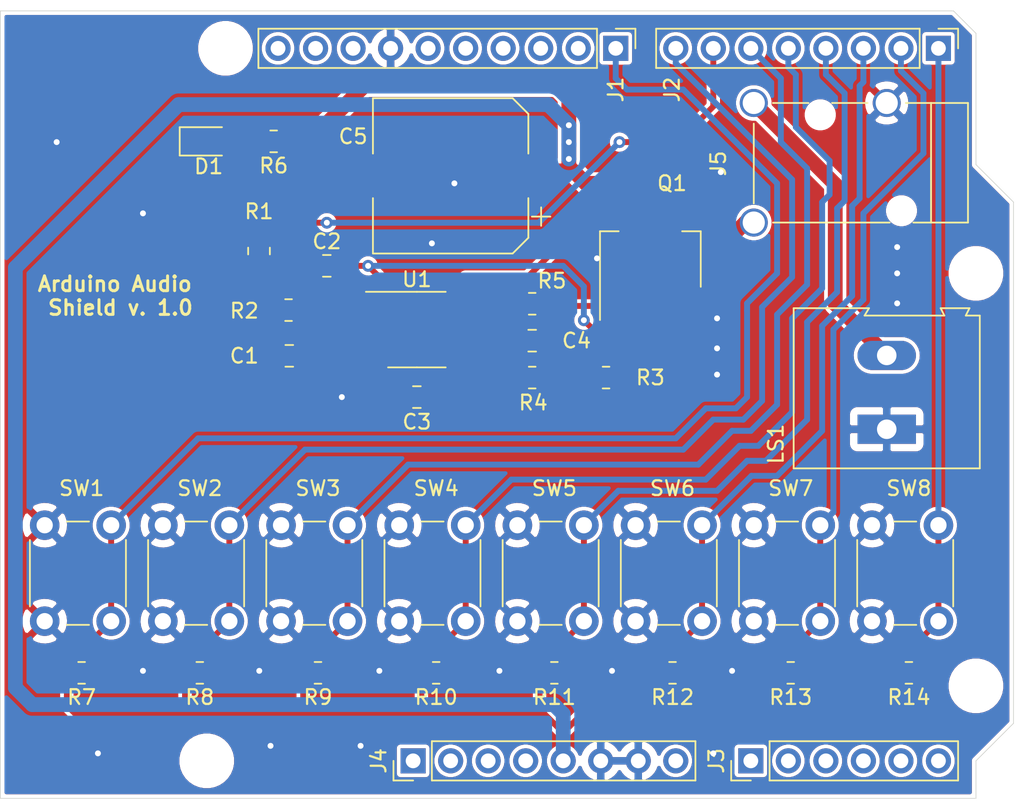
<source format=kicad_pcb>
(kicad_pcb (version 20171130) (host pcbnew "(5.1.8)-1")
  (layers (0 F.Cu signal) (31 B.Cu signal) (34 B.Paste user hide) (35 F.Paste user hide) (36 B.SilkS user) (37 F.SilkS user) (38 B.Mask user) (39 F.Mask user) (44 Edge.Cuts user))
  (net 0 "")
  (net 1 GND)
  (net 2 "Net-(C1-Pad1)")
  (net 3 "Net-(C2-Pad2)")
  (net 4 "Net-(C2-Pad1)")
  (net 5 "Net-(C3-Pad1)")
  (net 6 "Net-(C4-Pad2)")
  (net 7 /AUDIO_WAVE)
  (net 8 +5V)
  (net 9 "Net-(D1-Pad2)")
  (net 10 "Net-(J1-Pad10)")
  (net 11 "Net-(J1-Pad9)")
  (net 12 "Net-(J1-Pad8)")
  (net 13 "Net-(J1-Pad6)")
  (net 14 "Net-(J1-Pad5)")
  (net 15 "Net-(J1-Pad4)")
  (net 16 "Net-(J1-Pad3)")
  (net 17 "Net-(J1-Pad2)")
  (net 18 BTN_8)
  (net 19 BTN_7)
  (net 20 AUDIO_PWM)
  (net 21 BTN_6)
  (net 22 BTN_5)
  (net 23 BTN_4)
  (net 24 BTN_3)
  (net 25 BTN_2)
  (net 26 BTN_1)
  (net 27 "Net-(J3-Pad6)")
  (net 28 "Net-(J3-Pad5)")
  (net 29 "Net-(J3-Pad4)")
  (net 30 "Net-(J3-Pad3)")
  (net 31 "Net-(J3-Pad2)")
  (net 32 "Net-(J3-Pad1)")
  (net 33 "Net-(J4-Pad8)")
  (net 34 "Net-(J4-Pad4)")
  (net 35 "Net-(J4-Pad3)")
  (net 36 "Net-(J4-Pad2)")
  (net 37 "Net-(J4-Pad1)")
  (net 38 "Net-(J5-PadT)")
  (net 39 "Net-(J5-PadTN)")
  (net 40 "Net-(Q1-Pad1)")
  (module KursPCB:Jack_3.5mm_Lumberg_150306_Horizontal (layer F.Cu) (at 171.3 61.14 270)
    (fp_text reference J5 (at 0 8.4 90) (layer F.SilkS))
    (fp_text value AudioJack2_SwitchT)
    (pad "" np_thru_hole circle (at -3.3 1.5 270) (size 1.6 1.6) (drill 1.6) (layers *.Cu *.Mask))
    (pad "" np_thru_hole circle (at 3.2 -4 270) (size 1.6 1.6) (drill 1.6) (layers *.Cu *.Mask))
    (pad T thru_hole circle (at 4 6 270) (size 1.9 1.9) (drill 1.5) (layers *.Cu *.Mask) (net 38 "Net-(J5-PadT)"))
    (pad TN thru_hole circle (at -4.1 6 270) (size 1.9 1.9) (drill 1.5) (layers *.Cu *.Mask) (net 39 "Net-(J5-PadTN)"))
    (pad S thru_hole circle (at -4.1 -3 270) (size 1.9 1.9) (drill 1.5) (layers *.Cu *.Mask) (net 1 GND))
  )
  (module MountingHole:MountingHole_3.2mm_M3 (layer F.Cu) (at 180.34 68.58)
    (fp_text reference REF** hide)
    (fp_text value MountingHole_3.2mm_M3)
    (pad 1 np_thru_hole circle (at 0 0) (size 3.2 3.2) (drill 3.2) (layers *.Cu *.Mask))
  )
  (module MountingHole:MountingHole_3.2mm_M3 (layer F.Cu) (at 128.27 101.6)
    (fp_text reference REF** hide)
    (fp_text value MountingHole_3.2mm_M3)
    (pad 1 np_thru_hole circle (at 0 0) (size 3.2 3.2) (drill 3.2) (layers *.Cu *.Mask))
  )
  (module MountingHole:MountingHole_3.2mm_M3 (layer F.Cu) (at 180.34 96.52)
    (fp_text reference REF** hide)
    (fp_text value MountingHole_3.2mm_M3)
    (pad 1 np_thru_hole circle (at 0 0) (size 3.2 3.2) (drill 3.2) (layers *.Cu *.Mask))
  )
  (module MountingHole:MountingHole_3.2mm_M3 (layer F.Cu) (at 129.54 53.34)
    (fp_text reference REF** hide)
    (fp_text value MountingHole_3.2mm_M3)
    (pad 1 np_thru_hole circle (at 0 0) (size 3.2 3.2) (drill 3.2) (layers *.Cu *.Mask))
  )
  (module Package_SO:SOIC-8-1EP_3.9x4.9mm_P1.27mm_EP2.514x3.2mm (layer F.Cu) (at 142.494 72.39)
    (fp_text reference U1 (at 0 -3.4) (layer F.SilkS))
    (fp_text value MCP6002-xSN)
    (pad 9 smd rect (at 0 0) (size 2.514 3.2) (layers F.Cu F.Mask))
    (pad 8 smd roundrect (at 2.6375 -1.905) (size 1.625 0.6) (layers F.Cu F.Paste F.Mask) (net 8 +5V))
    (pad 7 smd roundrect (at 2.6375 -0.635) (size 1.625 0.6) (layers F.Cu F.Paste F.Mask) (net 7 /AUDIO_WAVE))
    (pad 6 smd roundrect (at 2.6375 0.635) (size 1.625 0.6) (layers F.Cu F.Paste F.Mask) (net 7 /AUDIO_WAVE))
    (pad 5 smd roundrect (at 2.6375 1.905) (size 1.625 0.6) (layers F.Cu F.Paste F.Mask) (net 5 "Net-(C3-Pad1)"))
    (pad 4 smd roundrect (at -2.6375 1.905) (size 1.625 0.6) (layers F.Cu F.Paste F.Mask) (net 1 GND))
    (pad 3 smd roundrect (at -2.6375 0.635) (size 1.625 0.6) (layers F.Cu F.Paste F.Mask) (net 2 "Net-(C1-Pad1)"))
    (pad 2 smd roundrect (at -2.6375 -0.635) (size 1.625 0.6) (layers F.Cu F.Paste F.Mask) (net 4 "Net-(C2-Pad1)"))
    (pad 1 smd roundrect (at -2.6375 -1.905) (size 1.625 0.6) (layers F.Cu F.Paste F.Mask) (net 4 "Net-(C2-Pad1)"))
  )
  (module Button_Switch_THT:SW_PUSH_6mm_H5mm (layer F.Cu) (at 173.3 92.14 90)
    (fp_text reference SW8 (at 9 2.5 180) (layer F.SilkS))
    (fp_text value SWITCH)
    (pad 1 thru_hole circle (at 6.5 0 180) (size 2 2) (drill 1.1) (layers *.Cu *.Mask) (net 1 GND))
    (pad 2 thru_hole circle (at 6.5 4.5 180) (size 2 2) (drill 1.1) (layers *.Cu *.Mask) (net 26 BTN_1))
    (pad 1 thru_hole circle (at 0 0 180) (size 2 2) (drill 1.1) (layers *.Cu *.Mask) (net 1 GND))
    (pad 2 thru_hole circle (at 0 4.5 180) (size 2 2) (drill 1.1) (layers *.Cu *.Mask) (net 26 BTN_1))
  )
  (module Button_Switch_THT:SW_PUSH_6mm_H5mm (layer F.Cu) (at 165.3 92.14 90)
    (fp_text reference SW7 (at 9 2.5 180) (layer F.SilkS))
    (fp_text value SWITCH)
    (pad 1 thru_hole circle (at 6.5 0 180) (size 2 2) (drill 1.1) (layers *.Cu *.Mask) (net 1 GND))
    (pad 2 thru_hole circle (at 6.5 4.5 180) (size 2 2) (drill 1.1) (layers *.Cu *.Mask) (net 25 BTN_2))
    (pad 1 thru_hole circle (at 0 0 180) (size 2 2) (drill 1.1) (layers *.Cu *.Mask) (net 1 GND))
    (pad 2 thru_hole circle (at 0 4.5 180) (size 2 2) (drill 1.1) (layers *.Cu *.Mask) (net 25 BTN_2))
  )
  (module Button_Switch_THT:SW_PUSH_6mm_H5mm (layer F.Cu) (at 157.3 92.14 90)
    (fp_text reference SW6 (at 9 2.5 180) (layer F.SilkS))
    (fp_text value SWITCH)
    (pad 1 thru_hole circle (at 6.5 0 180) (size 2 2) (drill 1.1) (layers *.Cu *.Mask) (net 1 GND))
    (pad 2 thru_hole circle (at 6.5 4.5 180) (size 2 2) (drill 1.1) (layers *.Cu *.Mask) (net 24 BTN_3))
    (pad 1 thru_hole circle (at 0 0 180) (size 2 2) (drill 1.1) (layers *.Cu *.Mask) (net 1 GND))
    (pad 2 thru_hole circle (at 0 4.5 180) (size 2 2) (drill 1.1) (layers *.Cu *.Mask) (net 24 BTN_3))
  )
  (module Button_Switch_THT:SW_PUSH_6mm_H5mm (layer F.Cu) (at 149.3 92.14 90)
    (fp_text reference SW5 (at 9 2.5 180) (layer F.SilkS))
    (fp_text value SWITCH)
    (pad 1 thru_hole circle (at 6.5 0 180) (size 2 2) (drill 1.1) (layers *.Cu *.Mask) (net 1 GND))
    (pad 2 thru_hole circle (at 6.5 4.5 180) (size 2 2) (drill 1.1) (layers *.Cu *.Mask) (net 23 BTN_4))
    (pad 1 thru_hole circle (at 0 0 180) (size 2 2) (drill 1.1) (layers *.Cu *.Mask) (net 1 GND))
    (pad 2 thru_hole circle (at 0 4.5 180) (size 2 2) (drill 1.1) (layers *.Cu *.Mask) (net 23 BTN_4))
  )
  (module Button_Switch_THT:SW_PUSH_6mm_H5mm (layer F.Cu) (at 141.3 92.14 90)
    (fp_text reference SW4 (at 9 2.5 180) (layer F.SilkS))
    (fp_text value SWITCH)
    (pad 1 thru_hole circle (at 6.5 0 180) (size 2 2) (drill 1.1) (layers *.Cu *.Mask) (net 1 GND))
    (pad 2 thru_hole circle (at 6.5 4.5 180) (size 2 2) (drill 1.1) (layers *.Cu *.Mask) (net 22 BTN_5))
    (pad 1 thru_hole circle (at 0 0 180) (size 2 2) (drill 1.1) (layers *.Cu *.Mask) (net 1 GND))
    (pad 2 thru_hole circle (at 0 4.5 180) (size 2 2) (drill 1.1) (layers *.Cu *.Mask) (net 22 BTN_5))
  )
  (module Button_Switch_THT:SW_PUSH_6mm_H5mm (layer F.Cu) (at 133.3 92.14 90)
    (fp_text reference SW3 (at 9 2.5 180) (layer F.SilkS))
    (fp_text value SWITCH)
    (pad 1 thru_hole circle (at 6.5 0 180) (size 2 2) (drill 1.1) (layers *.Cu *.Mask) (net 1 GND))
    (pad 2 thru_hole circle (at 6.5 4.5 180) (size 2 2) (drill 1.1) (layers *.Cu *.Mask) (net 21 BTN_6))
    (pad 1 thru_hole circle (at 0 0 180) (size 2 2) (drill 1.1) (layers *.Cu *.Mask) (net 1 GND))
    (pad 2 thru_hole circle (at 0 4.5 180) (size 2 2) (drill 1.1) (layers *.Cu *.Mask) (net 21 BTN_6))
  )
  (module Button_Switch_THT:SW_PUSH_6mm_H5mm (layer F.Cu) (at 125.3 92.14 90)
    (fp_text reference SW2 (at 9 2.5 180) (layer F.SilkS))
    (fp_text value SWITCH)
    (pad 1 thru_hole circle (at 6.5 0 180) (size 2 2) (drill 1.1) (layers *.Cu *.Mask) (net 1 GND))
    (pad 2 thru_hole circle (at 6.5 4.5 180) (size 2 2) (drill 1.1) (layers *.Cu *.Mask) (net 19 BTN_7))
    (pad 1 thru_hole circle (at 0 0 180) (size 2 2) (drill 1.1) (layers *.Cu *.Mask) (net 1 GND))
    (pad 2 thru_hole circle (at 0 4.5 180) (size 2 2) (drill 1.1) (layers *.Cu *.Mask) (net 19 BTN_7))
  )
  (module Button_Switch_THT:SW_PUSH_6mm_H5mm (layer F.Cu) (at 117.3 92.14 90)
    (fp_text reference SW1 (at 9 2.5 180) (layer F.SilkS))
    (fp_text value SWITCH)
    (pad 1 thru_hole circle (at 6.5 0 180) (size 2 2) (drill 1.1) (layers *.Cu *.Mask) (net 1 GND))
    (pad 2 thru_hole circle (at 6.5 4.5 180) (size 2 2) (drill 1.1) (layers *.Cu *.Mask) (net 18 BTN_8))
    (pad 1 thru_hole circle (at 0 0 180) (size 2 2) (drill 1.1) (layers *.Cu *.Mask) (net 1 GND))
    (pad 2 thru_hole circle (at 0 4.5 180) (size 2 2) (drill 1.1) (layers *.Cu *.Mask) (net 18 BTN_8))
  )
  (module Resistor_SMD:R_0805_2012Metric_Pad1.20x1.40mm_HandSolder (layer F.Cu) (at 175.8 95.64 180)
    (fp_text reference R14 (at 0 -1.65) (layer F.SilkS))
    (fp_text value 220)
    (pad 2 smd roundrect (at 1 0 180) (size 1.2 1.4) (layers F.Cu F.Paste F.Mask) (roundrect_rratio 0.2083325) (net 8 +5V))
    (pad 1 smd roundrect (at -1 0 180) (size 1.2 1.4) (layers F.Cu F.Paste F.Mask) (roundrect_rratio 0.2083325) (net 26 BTN_1))
  )
  (module Resistor_SMD:R_0805_2012Metric_Pad1.20x1.40mm_HandSolder (layer F.Cu) (at 167.8 95.64 180)
    (fp_text reference R13 (at 0 -1.65) (layer F.SilkS))
    (fp_text value 220)
    (pad 2 smd roundrect (at 1 0 180) (size 1.2 1.4) (layers F.Cu F.Paste F.Mask) (roundrect_rratio 0.2083325) (net 8 +5V))
    (pad 1 smd roundrect (at -1 0 180) (size 1.2 1.4) (layers F.Cu F.Paste F.Mask) (roundrect_rratio 0.2083325) (net 25 BTN_2))
  )
  (module Resistor_SMD:R_0805_2012Metric_Pad1.20x1.40mm_HandSolder (layer F.Cu) (at 159.8 95.64 180)
    (fp_text reference R12 (at 0 -1.65) (layer F.SilkS))
    (fp_text value 220)
    (pad 2 smd roundrect (at 1 0 180) (size 1.2 1.4) (layers F.Cu F.Paste F.Mask) (roundrect_rratio 0.2083325) (net 8 +5V))
    (pad 1 smd roundrect (at -1 0 180) (size 1.2 1.4) (layers F.Cu F.Paste F.Mask) (roundrect_rratio 0.2083325) (net 24 BTN_3))
  )
  (module Resistor_SMD:R_0805_2012Metric_Pad1.20x1.40mm_HandSolder (layer F.Cu) (at 151.8 95.64 180)
    (fp_text reference R11 (at 0 -1.65) (layer F.SilkS))
    (fp_text value 220)
    (pad 2 smd roundrect (at 1 0 180) (size 1.2 1.4) (layers F.Cu F.Paste F.Mask) (roundrect_rratio 0.2083325) (net 8 +5V))
    (pad 1 smd roundrect (at -1 0 180) (size 1.2 1.4) (layers F.Cu F.Paste F.Mask) (roundrect_rratio 0.2083325) (net 23 BTN_4))
  )
  (module Resistor_SMD:R_0805_2012Metric_Pad1.20x1.40mm_HandSolder (layer F.Cu) (at 143.8 95.64 180)
    (fp_text reference R10 (at 0 -1.65) (layer F.SilkS))
    (fp_text value 220)
    (pad 2 smd roundrect (at 1 0 180) (size 1.2 1.4) (layers F.Cu F.Paste F.Mask) (roundrect_rratio 0.2083325) (net 8 +5V))
    (pad 1 smd roundrect (at -1 0 180) (size 1.2 1.4) (layers F.Cu F.Paste F.Mask) (roundrect_rratio 0.2083325) (net 22 BTN_5))
  )
  (module Resistor_SMD:R_0805_2012Metric_Pad1.20x1.40mm_HandSolder (layer F.Cu) (at 135.8 95.64 180)
    (fp_text reference R9 (at 0 -1.65) (layer F.SilkS))
    (fp_text value 220)
    (pad 2 smd roundrect (at 1 0 180) (size 1.2 1.4) (layers F.Cu F.Paste F.Mask) (roundrect_rratio 0.2083325) (net 8 +5V))
    (pad 1 smd roundrect (at -1 0 180) (size 1.2 1.4) (layers F.Cu F.Paste F.Mask) (roundrect_rratio 0.2083325) (net 21 BTN_6))
  )
  (module Resistor_SMD:R_0805_2012Metric_Pad1.20x1.40mm_HandSolder (layer F.Cu) (at 127.8 95.64 180)
    (fp_text reference R8 (at 0 -1.65) (layer F.SilkS))
    (fp_text value 220)
    (pad 2 smd roundrect (at 1 0 180) (size 1.2 1.4) (layers F.Cu F.Paste F.Mask) (roundrect_rratio 0.2083325) (net 8 +5V))
    (pad 1 smd roundrect (at -1 0 180) (size 1.2 1.4) (layers F.Cu F.Paste F.Mask) (roundrect_rratio 0.2083325) (net 19 BTN_7))
  )
  (module Resistor_SMD:R_0805_2012Metric_Pad1.20x1.40mm_HandSolder (layer F.Cu) (at 119.8 95.64 180)
    (fp_text reference R7 (at 0 -1.65) (layer F.SilkS))
    (fp_text value 220)
    (pad 2 smd roundrect (at 1 0 180) (size 1.2 1.4) (layers F.Cu F.Paste F.Mask) (roundrect_rratio 0.2083325) (net 8 +5V))
    (pad 1 smd roundrect (at -1 0 180) (size 1.2 1.4) (layers F.Cu F.Paste F.Mask) (roundrect_rratio 0.2083325) (net 18 BTN_8))
  )
  (module Resistor_SMD:R_0805_2012Metric_Pad1.20x1.40mm_HandSolder (layer F.Cu) (at 132.8 59.64 180)
    (fp_text reference R6 (at 0 -1.65) (layer F.SilkS))
    (fp_text value 220)
    (pad 2 smd roundrect (at 1 0 180) (size 1.2 1.4) (layers F.Cu F.Paste F.Mask) (roundrect_rratio 0.2083325) (net 9 "Net-(D1-Pad2)"))
    (pad 1 smd roundrect (at -1 0 180) (size 1.2 1.4) (layers F.Cu F.Paste F.Mask) (roundrect_rratio 0.2083325) (net 8 +5V))
  )
  (module Resistor_SMD:R_0805_2012Metric_Pad1.20x1.40mm_HandSolder (layer F.Cu) (at 150.3 70.64 180)
    (fp_text reference R5 (at -1.338 1.552) (layer F.SilkS))
    (fp_text value 120)
    (pad 2 smd roundrect (at 1 0 180) (size 1.2 1.4) (layers F.Cu F.Paste F.Mask) (roundrect_rratio 0.2083325) (net 7 /AUDIO_WAVE))
    (pad 1 smd roundrect (at -1 0 180) (size 1.2 1.4) (layers F.Cu F.Paste F.Mask) (roundrect_rratio 0.2083325) (net 40 "Net-(Q1-Pad1)"))
  )
  (module Resistor_SMD:R_0805_2012Metric_Pad1.20x1.40mm_HandSolder (layer F.Cu) (at 150.3 75.64)
    (fp_text reference R4 (at 0.068 1.703) (layer F.SilkS))
    (fp_text value 3k)
    (pad 2 smd roundrect (at 1 0) (size 1.2 1.4) (layers F.Cu F.Paste F.Mask) (roundrect_rratio 0.2083325) (net 6 "Net-(C4-Pad2)"))
    (pad 1 smd roundrect (at -1 0) (size 1.2 1.4) (layers F.Cu F.Paste F.Mask) (roundrect_rratio 0.2083325) (net 5 "Net-(C3-Pad1)"))
  )
  (module Resistor_SMD:R_0805_2012Metric_Pad1.20x1.40mm_HandSolder (layer F.Cu) (at 155.3 75.64)
    (fp_text reference R3 (at 3 0) (layer F.SilkS))
    (fp_text value 1k6)
    (pad 2 smd roundrect (at 1 0) (size 1.2 1.4) (layers F.Cu F.Paste F.Mask) (roundrect_rratio 0.2083325) (net 4 "Net-(C2-Pad1)"))
    (pad 1 smd roundrect (at -1 0) (size 1.2 1.4) (layers F.Cu F.Paste F.Mask) (roundrect_rratio 0.2083325) (net 6 "Net-(C4-Pad2)"))
  )
  (module Resistor_SMD:R_0805_2012Metric_Pad1.20x1.40mm_HandSolder (layer F.Cu) (at 133.808 71.068 180)
    (fp_text reference R2 (at 2.998 -0.052) (layer F.SilkS))
    (fp_text value 27k)
    (pad 2 smd roundrect (at 1 0 180) (size 1.2 1.4) (layers F.Cu F.Paste F.Mask) (roundrect_rratio 0.2083325) (net 3 "Net-(C2-Pad2)"))
    (pad 1 smd roundrect (at -1 0 180) (size 1.2 1.4) (layers F.Cu F.Paste F.Mask) (roundrect_rratio 0.2083325) (net 2 "Net-(C1-Pad1)"))
  )
  (module Resistor_SMD:R_0805_2012Metric_Pad1.20x1.40mm_HandSolder (layer F.Cu) (at 131.808 67.068 90)
    (fp_text reference R1 (at 2.679 0 180) (layer F.SilkS))
    (fp_text value 13k)
    (pad 2 smd roundrect (at 1 0 90) (size 1.2 1.4) (layers F.Cu F.Paste F.Mask) (roundrect_rratio 0.2083325) (net 20 AUDIO_PWM))
    (pad 1 smd roundrect (at -1 0 90) (size 1.2 1.4) (layers F.Cu F.Paste F.Mask) (roundrect_rratio 0.2083325) (net 3 "Net-(C2-Pad2)"))
  )
  (module Package_TO_SOT_SMD:SOT-223-3_TabPin2 (layer F.Cu) (at 158.3 67.64 90)
    (fp_text reference Q1 (at 5.156 1.466 180) (layer F.SilkS))
    (fp_text value BCP56)
    (pad 1 smd rect (at -3.15 -2.3 90) (size 2 1.5) (layers F.Cu F.Paste F.Mask) (net 40 "Net-(Q1-Pad1)"))
    (pad 3 smd rect (at -3.15 2.3 90) (size 2 1.5) (layers F.Cu F.Paste F.Mask) (net 38 "Net-(J5-PadT)"))
    (pad 2 smd rect (at -3.15 0 90) (size 2 1.5) (layers F.Cu F.Paste F.Mask) (net 8 +5V))
    (pad 2 smd rect (at 3.15 0 90) (size 2 3.8) (layers F.Cu F.Paste F.Mask) (net 8 +5V))
  )
  (module TerminalBlock:TerminalBlock_Altech_AK300-2_P5.00mm (layer F.Cu) (at 174.3 79.14 90)
    (fp_text reference LS1 (at -1 -7.5 90) (layer F.SilkS))
    (fp_text value Speaker)
    (pad 2 thru_hole oval (at 5 0 90) (size 1.98 3.96) (drill 1.32) (layers *.Cu *.Mask) (net 39 "Net-(J5-PadTN)"))
    (pad 1 thru_hole rect (at 0 0 90) (size 1.98 3.96) (drill 1.32) (layers *.Cu *.Mask) (net 1 GND))
  )
  (module Connector_PinHeader_2.54mm:PinHeader_1x08_P2.54mm_Vertical (layer F.Cu) (at 142.24 101.6 90)
    (fp_text reference J4 (at 0 -2.33 90) (layer F.SilkS))
    (fp_text value Conn_01x08_Male)
    (pad 8 thru_hole oval (at 0 17.78 90) (size 1.7 1.7) (drill 1) (layers *.Cu *.Mask) (net 33 "Net-(J4-Pad8)"))
    (pad 7 thru_hole oval (at 0 15.24 90) (size 1.7 1.7) (drill 1) (layers *.Cu *.Mask) (net 1 GND))
    (pad 6 thru_hole oval (at 0 12.7 90) (size 1.7 1.7) (drill 1) (layers *.Cu *.Mask) (net 1 GND))
    (pad 5 thru_hole oval (at 0 10.16 90) (size 1.7 1.7) (drill 1) (layers *.Cu *.Mask) (net 8 +5V))
    (pad 4 thru_hole oval (at 0 7.62 90) (size 1.7 1.7) (drill 1) (layers *.Cu *.Mask) (net 34 "Net-(J4-Pad4)"))
    (pad 3 thru_hole oval (at 0 5.08 90) (size 1.7 1.7) (drill 1) (layers *.Cu *.Mask) (net 35 "Net-(J4-Pad3)"))
    (pad 2 thru_hole oval (at 0 2.54 90) (size 1.7 1.7) (drill 1) (layers *.Cu *.Mask) (net 36 "Net-(J4-Pad2)"))
    (pad 1 thru_hole rect (at 0 0 90) (size 1.7 1.7) (drill 1) (layers *.Cu *.Mask) (net 37 "Net-(J4-Pad1)"))
  )
  (module Connector_PinHeader_2.54mm:PinHeader_1x06_P2.54mm_Vertical (layer F.Cu) (at 165.1 101.6 90)
    (fp_text reference J3 (at 0 -2.33 90) (layer F.SilkS))
    (fp_text value Conn_01x06_Male)
    (pad 6 thru_hole oval (at 0 12.7 90) (size 1.7 1.7) (drill 1) (layers *.Cu *.Mask) (net 27 "Net-(J3-Pad6)"))
    (pad 5 thru_hole oval (at 0 10.16 90) (size 1.7 1.7) (drill 1) (layers *.Cu *.Mask) (net 28 "Net-(J3-Pad5)"))
    (pad 4 thru_hole oval (at 0 7.62 90) (size 1.7 1.7) (drill 1) (layers *.Cu *.Mask) (net 29 "Net-(J3-Pad4)"))
    (pad 3 thru_hole oval (at 0 5.08 90) (size 1.7 1.7) (drill 1) (layers *.Cu *.Mask) (net 30 "Net-(J3-Pad3)"))
    (pad 2 thru_hole oval (at 0 2.54 90) (size 1.7 1.7) (drill 1) (layers *.Cu *.Mask) (net 31 "Net-(J3-Pad2)"))
    (pad 1 thru_hole rect (at 0 0 90) (size 1.7 1.7) (drill 1) (layers *.Cu *.Mask) (net 32 "Net-(J3-Pad1)"))
  )
  (module Connector_PinHeader_2.54mm:PinHeader_1x08_P2.54mm_Vertical (layer F.Cu) (at 177.8 53.34 270)
    (fp_text reference J2 (at 2.794 18.034 90) (layer F.SilkS))
    (fp_text value Conn_01x08_Male)
    (pad 8 thru_hole oval (at 0 17.78 270) (size 1.7 1.7) (drill 1) (layers *.Cu *.Mask) (net 19 BTN_7))
    (pad 7 thru_hole oval (at 0 15.24 270) (size 1.7 1.7) (drill 1) (layers *.Cu *.Mask) (net 20 AUDIO_PWM))
    (pad 6 thru_hole oval (at 0 12.7 270) (size 1.7 1.7) (drill 1) (layers *.Cu *.Mask) (net 21 BTN_6))
    (pad 5 thru_hole oval (at 0 10.16 270) (size 1.7 1.7) (drill 1) (layers *.Cu *.Mask) (net 22 BTN_5))
    (pad 4 thru_hole oval (at 0 7.62 270) (size 1.7 1.7) (drill 1) (layers *.Cu *.Mask) (net 23 BTN_4))
    (pad 3 thru_hole oval (at 0 5.08 270) (size 1.7 1.7) (drill 1) (layers *.Cu *.Mask) (net 24 BTN_3))
    (pad 2 thru_hole oval (at 0 2.54 270) (size 1.7 1.7) (drill 1) (layers *.Cu *.Mask) (net 25 BTN_2))
    (pad 1 thru_hole rect (at 0 0 270) (size 1.7 1.7) (drill 1) (layers *.Cu *.Mask) (net 26 BTN_1))
  )
  (module Connector_PinHeader_2.54mm:PinHeader_1x10_P2.54mm_Vertical (layer F.Cu) (at 155.956 53.34 270)
    (fp_text reference J1 (at 2.794 0 90) (layer F.SilkS))
    (fp_text value Conn_01x10_Male)
    (pad 10 thru_hole oval (at 0 22.86 270) (size 1.7 1.7) (drill 1) (layers *.Cu *.Mask) (net 10 "Net-(J1-Pad10)"))
    (pad 9 thru_hole oval (at 0 20.32 270) (size 1.7 1.7) (drill 1) (layers *.Cu *.Mask) (net 11 "Net-(J1-Pad9)"))
    (pad 8 thru_hole oval (at 0 17.78 270) (size 1.7 1.7) (drill 1) (layers *.Cu *.Mask) (net 12 "Net-(J1-Pad8)"))
    (pad 7 thru_hole oval (at 0 15.24 270) (size 1.7 1.7) (drill 1) (layers *.Cu *.Mask) (net 1 GND))
    (pad 6 thru_hole oval (at 0 12.7 270) (size 1.7 1.7) (drill 1) (layers *.Cu *.Mask) (net 13 "Net-(J1-Pad6)"))
    (pad 5 thru_hole oval (at 0 10.16 270) (size 1.7 1.7) (drill 1) (layers *.Cu *.Mask) (net 14 "Net-(J1-Pad5)"))
    (pad 4 thru_hole oval (at 0 7.62 270) (size 1.7 1.7) (drill 1) (layers *.Cu *.Mask) (net 15 "Net-(J1-Pad4)"))
    (pad 3 thru_hole oval (at 0 5.08 270) (size 1.7 1.7) (drill 1) (layers *.Cu *.Mask) (net 16 "Net-(J1-Pad3)"))
    (pad 2 thru_hole oval (at 0 2.54 270) (size 1.7 1.7) (drill 1) (layers *.Cu *.Mask) (net 17 "Net-(J1-Pad2)"))
    (pad 1 thru_hole rect (at 0 0 270) (size 1.7 1.7) (drill 1) (layers *.Cu *.Mask) (net 18 BTN_8))
  )
  (module LED_SMD:LED_0805_2012Metric_Pad1.15x1.40mm_HandSolder (layer F.Cu) (at 128.3 59.64)
    (fp_text reference D1 (at 0.097 1.701) (layer F.SilkS))
    (fp_text value LED)
    (pad 2 smd roundrect (at 1.025 0) (size 1.15 1.4) (layers F.Cu F.Paste F.Mask) (roundrect_rratio 0.2173904347826087) (net 9 "Net-(D1-Pad2)"))
    (pad 1 smd roundrect (at -1.025 0) (size 1.15 1.4) (layers F.Cu F.Paste F.Mask) (roundrect_rratio 0.2173904347826087) (net 1 GND))
  )
  (module Capacitor_SMD:CP_Elec_10x10 (layer F.Cu) (at 144.78 61.976 180)
    (fp_text reference C5 (at 6.604 2.667) (layer F.SilkS))
    (fp_text value 1000uF)
    (pad 1 smd roundrect (at -4 0 180) (size 4 2.5) (layers F.Cu F.Paste F.Mask) (roundrect_rratio 0.1) (net 8 +5V))
    (pad 2 smd roundrect (at 4 0 180) (size 4 2.5) (layers F.Cu F.Paste F.Mask) (roundrect_rratio 0.1) (net 1 GND))
  )
  (module Capacitor_SMD:C_0805_2012Metric_Pad1.18x1.45mm_HandSolder (layer F.Cu) (at 150.3 73.14)
    (fp_text reference C4 (at 3 0) (layer F.SilkS))
    (fp_text value 56nF)
    (pad 2 smd roundrect (at 1.0375 0) (size 1.175 1.45) (layers F.Cu F.Paste F.Mask) (roundrect_rratio 0.2127659574468085) (net 6 "Net-(C4-Pad2)"))
    (pad 1 smd roundrect (at -1.0375 0) (size 1.175 1.45) (layers F.Cu F.Paste F.Mask) (roundrect_rratio 0.2127659574468085) (net 7 /AUDIO_WAVE))
  )
  (module Capacitor_SMD:C_0805_2012Metric_Pad1.18x1.45mm_HandSolder (layer F.Cu) (at 142.494 76.962 180)
    (fp_text reference C3 (at 0 -1.68) (layer F.SilkS))
    (fp_text value 1nF)
    (pad 2 smd roundrect (at 1.0375 0 180) (size 1.175 1.45) (layers F.Cu F.Paste F.Mask) (roundrect_rratio 0.2127659574468085) (net 1 GND))
    (pad 1 smd roundrect (at -1.0375 0 180) (size 1.175 1.45) (layers F.Cu F.Paste F.Mask) (roundrect_rratio 0.2127659574468085) (net 5 "Net-(C3-Pad1)"))
  )
  (module Capacitor_SMD:C_0805_2012Metric_Pad1.18x1.45mm_HandSolder (layer F.Cu) (at 136.398 68.072 180)
    (fp_text reference C2 (at 0 1.651) (layer F.SilkS))
    (fp_text value 27nF)
    (pad 2 smd roundrect (at 1.0375 0 180) (size 1.175 1.45) (layers F.Cu F.Paste F.Mask) (roundrect_rratio 0.2127659574468085) (net 3 "Net-(C2-Pad2)"))
    (pad 1 smd roundrect (at -1.0375 0 180) (size 1.175 1.45) (layers F.Cu F.Paste F.Mask) (roundrect_rratio 0.2127659574468085) (net 4 "Net-(C2-Pad1)"))
  )
  (module Capacitor_SMD:C_0805_2012Metric_Pad1.18x1.45mm_HandSolder (layer F.Cu) (at 133.858 74.168 180)
    (fp_text reference C1 (at 3.048 0) (layer F.SilkS))
    (fp_text value 1nF)
    (pad 2 smd roundrect (at 1.0375 0 180) (size 1.175 1.45) (layers F.Cu F.Paste F.Mask) (roundrect_rratio 0.2127659574468085) (net 1 GND))
    (pad 1 smd roundrect (at -1.0375 0 180) (size 1.175 1.45) (layers F.Cu F.Paste F.Mask) (roundrect_rratio 0.2127659574468085) (net 2 "Net-(C1-Pad1)"))
  )
  (gr_text "Arduino Audio \nShield v. 1.0" (at 122.428 70.104) (layer F.SilkS) (effects (font (size 1 1) (thickness 0.2))))
  (gr_line (start 182.88 99.06) (end 180.34 101.6) (layer Edge.Cuts) (width 0.05))
  (gr_line (start 180.34 61.214) (end 182.88 63.754) (layer Edge.Cuts) (width 0.05))
  (gr_line (start 178.816 50.8) (end 180.34 52.324) (layer Edge.Cuts) (width 0.05))
  (gr_line (start 180.34 52.324) (end 180.34 61.214) (layer Edge.Cuts) (width 0.05))
  (gr_line (start 182.88 99.06) (end 182.88 63.754) (layer Edge.Cuts) (width 0.05))
  (gr_line (start 180.34 104.14) (end 180.34 101.6) (layer Edge.Cuts) (width 0.05))
  (gr_line (start 114.3 104.14) (end 180.34 104.14) (layer Edge.Cuts) (width 0.05))
  (gr_line (start 114.3 50.8) (end 178.816 50.8) (layer Edge.Cuts) (width 0.05))
  (gr_line (start 114.3 104.14) (end 114.3 50.8) (layer Edge.Cuts) (width 0.05))
  (via (at 162.814 71.628) (size 0.8) (drill 0.4) (layers F.Cu B.Cu) (net 1))
  (via (at 162.814 73.66) (size 0.8) (drill 0.4) (layers F.Cu B.Cu) (net 1))
  (via (at 175.006 66.802) (size 0.8) (drill 0.4) (layers F.Cu B.Cu) (net 1))
  (via (at 175.006 68.58) (size 0.8) (drill 0.4) (layers F.Cu B.Cu) (net 1))
  (via (at 175.006 70.612) (size 0.8) (drill 0.4) (layers F.Cu B.Cu) (net 1))
  (via (at 123.952 64.516) (size 0.8) (drill 0.4) (layers F.Cu B.Cu) (net 1))
  (via (at 118.11 59.69) (size 0.8) (drill 0.4) (layers F.Cu B.Cu) (net 1))
  (via (at 131.826 95.504) (size 0.8) (drill 0.4) (layers F.Cu B.Cu) (net 1))
  (via (at 132.588 100.584) (size 0.8) (drill 0.4) (layers F.Cu B.Cu) (net 1))
  (via (at 139.954 95.504) (size 0.8) (drill 0.4) (layers F.Cu B.Cu) (net 1))
  (via (at 138.684 100.584) (size 0.8) (drill 0.4) (layers F.Cu B.Cu) (net 1))
  (via (at 123.952 95.504) (size 0.8) (drill 0.4) (layers F.Cu B.Cu) (net 1))
  (via (at 120.904 101.092) (size 0.8) (drill 0.4) (layers F.Cu B.Cu) (net 1))
  (via (at 148.082 95.504) (size 0.8) (drill 0.4) (layers F.Cu B.Cu) (net 1))
  (via (at 155.702 95.504) (size 0.8) (drill 0.4) (layers F.Cu B.Cu) (net 1))
  (via (at 162.56 101.092) (size 0.8) (drill 0.4) (layers F.Cu B.Cu) (net 1))
  (via (at 163.83 95.504) (size 0.8) (drill 0.4) (layers F.Cu B.Cu) (net 1))
  (via (at 145.034 62.484) (size 0.8) (drill 0.4) (layers F.Cu B.Cu) (net 1))
  (via (at 154.686 67.564) (size 0.8) (drill 0.4) (layers F.Cu B.Cu) (net 1))
  (via (at 163.068 61.722) (size 0.8) (drill 0.4) (layers F.Cu B.Cu) (net 1))
  (via (at 137.414 76.962) (size 0.8) (drill 0.4) (layers F.Cu B.Cu) (net 1))
  (via (at 143.51 66.548) (size 0.8) (drill 0.4) (layers F.Cu B.Cu) (net 1))
  (via (at 162.814 75.438) (size 0.8) (drill 0.4) (layers F.Cu B.Cu) (net 1))
  (segment (start 134.808 74.0805) (end 134.8955 74.168) (width 0.4) (layer F.Cu) (net 2))
  (segment (start 134.808 71.068) (end 134.808 74.0805) (width 0.4) (layer F.Cu) (net 2))
  (segment (start 134.8955 74.168) (end 136.144 74.168) (width 0.4) (layer F.Cu) (net 2))
  (segment (start 137.287 73.025) (end 139.8565 73.025) (width 0.4) (layer F.Cu) (net 2))
  (segment (start 136.144 74.168) (end 137.287 73.025) (width 0.4) (layer F.Cu) (net 2))
  (segment (start 132.808 71.068) (end 132.808 70.138) (width 0.4) (layer F.Cu) (net 3))
  (segment (start 132.808 70.138) (end 133.858 69.088) (width 0.4) (layer F.Cu) (net 3))
  (segment (start 133.858 69.088) (end 133.858 68.326) (width 0.4) (layer F.Cu) (net 3))
  (segment (start 135.5425 68.326) (end 135.763 68.1055) (width 0.4) (layer F.Cu) (net 3))
  (segment (start 133.858 68.326) (end 135.5425 68.326) (width 0.4) (layer F.Cu) (net 3))
  (segment (start 132.066 68.326) (end 131.808 68.068) (width 0.4) (layer F.Cu) (net 3))
  (segment (start 133.858 68.326) (end 132.066 68.326) (width 0.4) (layer F.Cu) (net 3))
  (segment (start 139.8565 70.485) (end 139.8565 71.755) (width 0.4) (layer F.Cu) (net 4))
  (segment (start 156.3 75.64) (end 156.3 73.496) (width 0.4) (layer F.Cu) (net 4))
  (segment (start 156.3 73.496) (end 155.956 73.152) (width 0.4) (layer F.Cu) (net 4))
  (segment (start 137.4355 68.072) (end 139.192 68.072) (width 0.4) (layer F.Cu) (net 4))
  (segment (start 139.8565 68.7365) (end 139.8565 70.485) (width 0.4) (layer F.Cu) (net 4))
  (segment (start 139.192 68.072) (end 139.8565 68.7365) (width 0.4) (layer F.Cu) (net 4))
  (segment (start 139.192 68.072) (end 139.192 68.072) (width 0.4) (layer B.Cu) (net 4))
  (via (at 139.192 68.072) (size 0.8) (drill 0.4) (layers F.Cu B.Cu) (net 4))
  (segment (start 155.956 73.152) (end 155.194 73.152) (width 0.4) (layer F.Cu) (net 4))
  (segment (start 155.194 73.152) (end 153.797 71.755) (width 0.4) (layer F.Cu) (net 4))
  (segment (start 153.797 71.755) (end 153.797 71.755) (width 0.4) (layer F.Cu) (net 4))
  (via (at 153.797 71.755) (size 0.8) (drill 0.4) (layers F.Cu B.Cu) (net 4))
  (segment (start 140.716 68.072) (end 139.192 68.072) (width 0.4) (layer B.Cu) (net 4))
  (segment (start 152.4 68.072) (end 140.716 68.072) (width 0.4) (layer B.Cu) (net 4))
  (segment (start 153.797 69.469) (end 152.4 68.072) (width 0.4) (layer B.Cu) (net 4))
  (segment (start 153.797 71.755) (end 153.797 69.469) (width 0.4) (layer B.Cu) (net 4))
  (segment (start 144.8535 75.64) (end 143.5315 76.962) (width 0.4) (layer F.Cu) (net 5))
  (segment (start 149.3 75.64) (end 144.8535 75.64) (width 0.4) (layer F.Cu) (net 5))
  (segment (start 144.8535 74.573) (end 145.1315 74.295) (width 0.4) (layer F.Cu) (net 5))
  (segment (start 144.8535 75.64) (end 144.8535 74.573) (width 0.4) (layer F.Cu) (net 5))
  (segment (start 151.3 75.64) (end 154.3 75.64) (width 0.4) (layer F.Cu) (net 6))
  (segment (start 151.3375 75.6025) (end 151.3 75.64) (width 0.4) (layer F.Cu) (net 6))
  (segment (start 151.3375 73.14) (end 151.3375 75.6025) (width 0.4) (layer F.Cu) (net 6))
  (segment (start 149.3 73.1025) (end 149.2625 73.14) (width 0.4) (layer F.Cu) (net 7))
  (segment (start 149.3 70.64) (end 149.3 73.1025) (width 0.4) (layer F.Cu) (net 7))
  (segment (start 149.1475 73.025) (end 149.2625 73.14) (width 0.4) (layer F.Cu) (net 7))
  (segment (start 145.1315 73.025) (end 149.1475 73.025) (width 0.4) (layer F.Cu) (net 7))
  (segment (start 145.1315 71.755) (end 145.1315 73.025) (width 0.4) (layer F.Cu) (net 7))
  (segment (start 158.3 70.79) (end 158.3 64.49) (width 1) (layer F.Cu) (net 8))
  (segment (start 152.4 101.6) (end 152.4 99.695) (width 0.4) (layer F.Cu) (net 8))
  (segment (start 152.4 99.695) (end 151.13 98.425) (width 0.4) (layer F.Cu) (net 8))
  (segment (start 118.8 97.845) (end 118.8 95.64) (width 0.4) (layer F.Cu) (net 8))
  (segment (start 119.38 98.425) (end 118.8 97.845) (width 0.4) (layer F.Cu) (net 8))
  (segment (start 174.8 97.615) (end 174.8 95.64) (width 0.4) (layer F.Cu) (net 8))
  (segment (start 173.99 98.425) (end 174.8 97.615) (width 0.4) (layer F.Cu) (net 8))
  (segment (start 152.4 99.695) (end 153.67 98.425) (width 0.4) (layer F.Cu) (net 8))
  (segment (start 126.8 98.225) (end 127 98.425) (width 0.4) (layer F.Cu) (net 8))
  (segment (start 126.8 95.64) (end 126.8 98.225) (width 0.4) (layer F.Cu) (net 8))
  (segment (start 127 98.425) (end 119.38 98.425) (width 0.4) (layer F.Cu) (net 8))
  (segment (start 134.8 95.64) (end 134.8 98.245) (width 0.4) (layer F.Cu) (net 8))
  (segment (start 134.62 98.425) (end 127 98.425) (width 0.4) (layer F.Cu) (net 8))
  (segment (start 134.8 98.245) (end 134.62 98.425) (width 0.4) (layer F.Cu) (net 8))
  (segment (start 142.8 98.35) (end 142.875 98.425) (width 0.4) (layer F.Cu) (net 8))
  (segment (start 142.8 95.64) (end 142.8 98.35) (width 0.4) (layer F.Cu) (net 8))
  (segment (start 142.875 98.425) (end 134.62 98.425) (width 0.4) (layer F.Cu) (net 8))
  (segment (start 151.13 98.425) (end 142.875 98.425) (width 0.4) (layer F.Cu) (net 8))
  (segment (start 150.8 98.095) (end 151.13 98.425) (width 0.4) (layer F.Cu) (net 8))
  (segment (start 150.8 95.64) (end 150.8 98.095) (width 0.4) (layer F.Cu) (net 8))
  (segment (start 158.8 98.375) (end 158.75 98.425) (width 0.4) (layer F.Cu) (net 8))
  (segment (start 158.8 95.64) (end 158.8 98.375) (width 0.4) (layer F.Cu) (net 8))
  (segment (start 153.67 98.425) (end 158.75 98.425) (width 0.4) (layer F.Cu) (net 8))
  (segment (start 166.8 98.22) (end 167.005 98.425) (width 0.4) (layer F.Cu) (net 8))
  (segment (start 167.005 98.425) (end 173.99 98.425) (width 0.4) (layer F.Cu) (net 8))
  (segment (start 166.8 95.64) (end 166.8 98.22) (width 0.4) (layer F.Cu) (net 8))
  (segment (start 158.75 98.425) (end 167.005 98.425) (width 0.4) (layer F.Cu) (net 8))
  (segment (start 156.294 62.484) (end 158.3 64.49) (width 1) (layer F.Cu) (net 8))
  (segment (start 153.924 62.484) (end 156.294 62.484) (width 1) (layer F.Cu) (net 8))
  (segment (start 153.08 61.64) (end 153.924 62.484) (width 1) (layer F.Cu) (net 8))
  (segment (start 148.8 61.64) (end 153.08 61.64) (width 1) (layer F.Cu) (net 8))
  (segment (start 152.781 58.547) (end 152.781 59.817) (width 1) (layer B.Cu) (net 8))
  (via (at 152.781 58.547) (size 0.8) (drill 0.4) (layers F.Cu B.Cu) (net 8))
  (segment (start 152.781 59.817) (end 152.781 59.944) (width 1) (layer B.Cu) (net 8))
  (via (at 152.781 59.69) (size 0.8) (drill 0.4) (layers F.Cu B.Cu) (net 8))
  (segment (start 152.781 61.341) (end 153.08 61.64) (width 1) (layer F.Cu) (net 8))
  (segment (start 152.781 57.277) (end 152.781 61.341) (width 1) (layer F.Cu) (net 8))
  (segment (start 145.1315 69.4985) (end 145.1315 70.485) (width 0.4) (layer F.Cu) (net 8))
  (segment (start 145.796 68.834) (end 145.1315 69.4985) (width 0.4) (layer F.Cu) (net 8))
  (segment (start 149.987 68.834) (end 145.796 68.834) (width 0.4) (layer F.Cu) (net 8))
  (segment (start 153.924 64.897) (end 149.987 68.834) (width 0.4) (layer F.Cu) (net 8))
  (segment (start 153.924 62.484) (end 153.924 64.897) (width 0.4) (layer F.Cu) (net 8))
  (segment (start 152.781 56.642) (end 152.781 57.277) (width 1) (layer F.Cu) (net 8))
  (segment (start 152.019 55.88) (end 152.781 56.642) (width 1) (layer F.Cu) (net 8))
  (segment (start 138.938 55.88) (end 152.019 55.88) (width 1) (layer F.Cu) (net 8))
  (segment (start 135.178 59.64) (end 138.938 55.88) (width 1) (layer F.Cu) (net 8))
  (segment (start 133.8 59.64) (end 135.178 59.64) (width 1) (layer F.Cu) (net 8))
  (segment (start 115.316 68.199) (end 126.365 57.15) (width 1) (layer B.Cu) (net 8))
  (segment (start 115.316 96.647) (end 115.316 68.199) (width 1) (layer B.Cu) (net 8))
  (segment (start 116.459 97.79) (end 115.316 96.647) (width 1) (layer B.Cu) (net 8))
  (segment (start 151.765 97.79) (end 116.459 97.79) (width 1) (layer B.Cu) (net 8))
  (segment (start 152.4 98.425) (end 151.765 97.79) (width 1) (layer B.Cu) (net 8))
  (segment (start 152.4 101.6) (end 152.4 98.425) (width 1) (layer B.Cu) (net 8))
  (segment (start 151.384 57.15) (end 152.781 58.547) (width 1) (layer B.Cu) (net 8))
  (segment (start 126.365 57.15) (end 151.384 57.15) (width 1) (layer B.Cu) (net 8))
  (segment (start 152.781 59.817) (end 152.781 60.833) (width 1) (layer B.Cu) (net 8))
  (segment (start 152.781 60.833) (end 152.781 60.833) (width 1) (layer B.Cu) (net 8))
  (via (at 152.781 60.833) (size 0.8) (drill 0.4) (layers F.Cu B.Cu) (net 8))
  (segment (start 129.325 59.64) (end 131.8 59.64) (width 0.4) (layer F.Cu) (net 9))
  (segment (start 120.8 93.14) (end 121.8 92.14) (width 0.4) (layer F.Cu) (net 18))
  (segment (start 120.8 95.64) (end 120.8 93.14) (width 0.4) (layer F.Cu) (net 18))
  (segment (start 127.684 79.756) (end 121.8 85.64) (width 0.4) (layer B.Cu) (net 18))
  (segment (start 162.052 77.724) (end 160.02 79.756) (width 0.4) (layer B.Cu) (net 18))
  (segment (start 164.084 77.724) (end 162.052 77.724) (width 0.4) (layer B.Cu) (net 18))
  (segment (start 164.846 76.962) (end 164.084 77.724) (width 0.4) (layer B.Cu) (net 18))
  (segment (start 160.02 79.756) (end 127.684 79.756) (width 0.4) (layer B.Cu) (net 18))
  (segment (start 164.846 71.12) (end 164.846 76.962) (width 0.4) (layer B.Cu) (net 18))
  (segment (start 155.956 55.372) (end 156.718 56.134) (width 0.4) (layer B.Cu) (net 18))
  (segment (start 155.956 53.34) (end 155.956 55.372) (width 0.4) (layer B.Cu) (net 18))
  (segment (start 156.718 56.134) (end 160.528 56.134) (width 0.4) (layer B.Cu) (net 18))
  (segment (start 160.528 56.134) (end 166.878 62.484) (width 0.4) (layer B.Cu) (net 18))
  (segment (start 166.878 62.484) (end 166.878 68.58) (width 0.4) (layer B.Cu) (net 18))
  (segment (start 164.846 70.612) (end 164.846 71.12) (width 0.4) (layer B.Cu) (net 18))
  (segment (start 166.878 68.58) (end 164.846 70.612) (width 0.4) (layer B.Cu) (net 18))
  (segment (start 121.8 92.14) (end 121.8 85.64) (width 0.4) (layer F.Cu) (net 18))
  (segment (start 128.8 93.14) (end 129.8 92.14) (width 0.4) (layer F.Cu) (net 19))
  (segment (start 128.8 95.64) (end 128.8 93.14) (width 0.4) (layer F.Cu) (net 19))
  (segment (start 134.922 80.518) (end 129.8 85.64) (width 0.4) (layer B.Cu) (net 19))
  (segment (start 160.528 80.518) (end 134.922 80.518) (width 0.4) (layer B.Cu) (net 19))
  (segment (start 162.56 78.486) (end 160.528 80.518) (width 0.4) (layer B.Cu) (net 19))
  (segment (start 165.862 77.216) (end 164.592 78.486) (width 0.4) (layer B.Cu) (net 19))
  (segment (start 165.862 70.866) (end 165.862 77.216) (width 0.4) (layer B.Cu) (net 19))
  (segment (start 167.894 68.834) (end 165.862 70.866) (width 0.4) (layer B.Cu) (net 19))
  (segment (start 164.592 78.486) (end 162.56 78.486) (width 0.4) (layer B.Cu) (net 19))
  (segment (start 167.894 62.23) (end 167.894 68.834) (width 0.4) (layer B.Cu) (net 19))
  (segment (start 160.02 54.356) (end 167.894 62.23) (width 0.4) (layer B.Cu) (net 19))
  (segment (start 160.02 53.34) (end 160.02 54.356) (width 0.4) (layer B.Cu) (net 19))
  (segment (start 129.8 92.14) (end 129.8 85.64) (width 0.4) (layer F.Cu) (net 19))
  (segment (start 131.808 66.068) (end 133.068 66.068) (width 0.4) (layer F.Cu) (net 20))
  (via (at 156.21 59.69) (size 0.8) (drill 0.4) (layers F.Cu B.Cu) (net 20))
  (segment (start 160.147 59.69) (end 156.21 59.69) (width 0.4) (layer F.Cu) (net 20))
  (segment (start 162.56 57.277) (end 160.147 59.69) (width 0.4) (layer F.Cu) (net 20))
  (segment (start 162.56 53.34) (end 162.56 57.277) (width 0.4) (layer F.Cu) (net 20))
  (segment (start 156.21 59.69) (end 150.876 65.024) (width 0.4) (layer B.Cu) (net 20))
  (segment (start 150.876 65.024) (end 150.749 65.151) (width 0.4) (layer B.Cu) (net 20))
  (segment (start 150.749 65.151) (end 136.144 65.151) (width 0.4) (layer B.Cu) (net 20))
  (segment (start 133.068 66.068) (end 134.084 66.068) (width 0.4) (layer F.Cu) (net 20))
  (segment (start 134.084 66.068) (end 135.001 65.151) (width 0.4) (layer F.Cu) (net 20))
  (segment (start 135.001 65.151) (end 136.398 65.151) (width 0.4) (layer F.Cu) (net 20))
  (segment (start 136.398 65.151) (end 136.398 65.151) (width 0.4) (layer F.Cu) (net 20))
  (via (at 136.398 65.151) (size 0.8) (drill 0.4) (layers F.Cu B.Cu) (net 20))
  (segment (start 136.8 93.14) (end 137.8 92.14) (width 0.4) (layer F.Cu) (net 21))
  (segment (start 136.8 95.64) (end 136.8 93.14) (width 0.4) (layer F.Cu) (net 21))
  (segment (start 141.906 81.534) (end 137.8 85.64) (width 0.4) (layer B.Cu) (net 21))
  (segment (start 161.544 81.534) (end 141.906 81.534) (width 0.4) (layer B.Cu) (net 21))
  (segment (start 165.1 79.248) (end 163.83 79.248) (width 0.4) (layer B.Cu) (net 21))
  (segment (start 166.878 77.47) (end 165.1 79.248) (width 0.4) (layer B.Cu) (net 21))
  (segment (start 166.878 71.374) (end 166.878 77.47) (width 0.4) (layer B.Cu) (net 21))
  (segment (start 168.91 69.342) (end 166.878 71.374) (width 0.4) (layer B.Cu) (net 21))
  (segment (start 168.91 61.468) (end 168.91 69.342) (width 0.4) (layer B.Cu) (net 21))
  (segment (start 167.132 59.69) (end 168.91 61.468) (width 0.4) (layer B.Cu) (net 21))
  (segment (start 163.83 79.248) (end 161.544 81.534) (width 0.4) (layer B.Cu) (net 21))
  (segment (start 167.132 55.372) (end 167.132 59.69) (width 0.4) (layer B.Cu) (net 21))
  (segment (start 165.1 53.34) (end 167.132 55.372) (width 0.4) (layer B.Cu) (net 21))
  (segment (start 137.8 92.14) (end 137.8 85.64) (width 0.4) (layer F.Cu) (net 21))
  (segment (start 144.8 93.14) (end 145.8 92.14) (width 0.4) (layer F.Cu) (net 22))
  (segment (start 144.8 95.64) (end 144.8 93.14) (width 0.4) (layer F.Cu) (net 22))
  (segment (start 148.89 82.55) (end 145.8 85.64) (width 0.4) (layer B.Cu) (net 22))
  (segment (start 167.64 53.34) (end 167.64 54.61) (width 0.4) (layer B.Cu) (net 22))
  (segment (start 167.64 54.61) (end 168.148 55.118) (width 0.4) (layer B.Cu) (net 22))
  (segment (start 168.148 55.118) (end 168.148 58.674) (width 0.4) (layer B.Cu) (net 22))
  (segment (start 168.148 58.674) (end 170.434 60.96) (width 0.4) (layer B.Cu) (net 22))
  (segment (start 170.434 60.96) (end 170.434 63.246) (width 0.4) (layer B.Cu) (net 22))
  (segment (start 170.434 63.246) (end 169.926 63.754) (width 0.4) (layer B.Cu) (net 22))
  (segment (start 169.926 63.754) (end 169.926 69.596) (width 0.4) (layer B.Cu) (net 22))
  (segment (start 169.926 69.596) (end 167.894 71.628) (width 0.4) (layer B.Cu) (net 22))
  (segment (start 164.338 80.264) (end 162.052 82.55) (width 0.4) (layer B.Cu) (net 22))
  (segment (start 162.052 82.55) (end 148.89 82.55) (width 0.4) (layer B.Cu) (net 22))
  (segment (start 167.894 71.628) (end 167.894 77.978) (width 0.4) (layer B.Cu) (net 22))
  (segment (start 165.608 80.264) (end 164.338 80.264) (width 0.4) (layer B.Cu) (net 22))
  (segment (start 167.894 77.978) (end 165.608 80.264) (width 0.4) (layer B.Cu) (net 22))
  (segment (start 145.8 92.14) (end 145.8 85.64) (width 0.4) (layer F.Cu) (net 22))
  (segment (start 152.8 93.14) (end 153.8 92.14) (width 0.4) (layer F.Cu) (net 23))
  (segment (start 152.8 95.64) (end 152.8 93.14) (width 0.4) (layer F.Cu) (net 23))
  (segment (start 156.128 83.312) (end 153.8 85.64) (width 0.4) (layer B.Cu) (net 23))
  (segment (start 170.942 69.85) (end 168.91 71.882) (width 0.4) (layer B.Cu) (net 23))
  (segment (start 170.942 64.175458) (end 170.942 69.85) (width 0.4) (layer B.Cu) (net 23))
  (segment (start 171.45 63.667458) (end 170.942 64.175458) (width 0.4) (layer B.Cu) (net 23))
  (segment (start 162.814 83.312) (end 156.128 83.312) (width 0.4) (layer B.Cu) (net 23))
  (segment (start 171.45 56.388) (end 171.45 63.667458) (width 0.4) (layer B.Cu) (net 23))
  (segment (start 170.18 55.118) (end 171.45 56.388) (width 0.4) (layer B.Cu) (net 23))
  (segment (start 170.18 53.34) (end 170.18 55.118) (width 0.4) (layer B.Cu) (net 23))
  (segment (start 168.91 71.882) (end 168.91 78.486) (width 0.4) (layer B.Cu) (net 23))
  (segment (start 164.846 81.28) (end 162.814 83.312) (width 0.4) (layer B.Cu) (net 23))
  (segment (start 168.91 78.486) (end 166.116 81.28) (width 0.4) (layer B.Cu) (net 23))
  (segment (start 166.116 81.28) (end 164.846 81.28) (width 0.4) (layer B.Cu) (net 23))
  (segment (start 153.8 92.14) (end 153.8 85.64) (width 0.4) (layer F.Cu) (net 23))
  (segment (start 160.8 93.14) (end 161.8 92.14) (width 0.4) (layer F.Cu) (net 24))
  (segment (start 160.8 95.64) (end 160.8 93.14) (width 0.4) (layer F.Cu) (net 24))
  (segment (start 165.144 82.296) (end 161.8 85.64) (width 0.4) (layer B.Cu) (net 24))
  (segment (start 171.958 70.104) (end 169.926 72.136) (width 0.4) (layer B.Cu) (net 24))
  (segment (start 171.958 64.008) (end 171.958 70.104) (width 0.4) (layer B.Cu) (net 24))
  (segment (start 172.466 63.5) (end 171.958 64.008) (width 0.4) (layer B.Cu) (net 24))
  (segment (start 172.466 55.88) (end 172.466 63.5) (width 0.4) (layer B.Cu) (net 24))
  (segment (start 172.72 55.626) (end 172.466 55.88) (width 0.4) (layer B.Cu) (net 24))
  (segment (start 172.72 53.34) (end 172.72 55.626) (width 0.4) (layer B.Cu) (net 24))
  (segment (start 169.926 72.136) (end 169.926 79.248) (width 0.4) (layer B.Cu) (net 24))
  (segment (start 169.926 79.248) (end 166.878 82.296) (width 0.4) (layer B.Cu) (net 24))
  (segment (start 166.878 82.296) (end 165.144 82.296) (width 0.4) (layer B.Cu) (net 24))
  (segment (start 161.8 92.14) (end 161.8 85.64) (width 0.4) (layer F.Cu) (net 24))
  (segment (start 168.8 93.14) (end 169.8 92.14) (width 0.4) (layer F.Cu) (net 25))
  (segment (start 168.8 95.64) (end 168.8 93.14) (width 0.4) (layer F.Cu) (net 25))
  (segment (start 170.688 84.752) (end 169.8 85.64) (width 0.4) (layer B.Cu) (net 25))
  (segment (start 170.688 72.39) (end 170.688 84.752) (width 0.4) (layer B.Cu) (net 25))
  (segment (start 172.72 70.358) (end 170.688 72.39) (width 0.4) (layer B.Cu) (net 25))
  (segment (start 172.72 64.516) (end 172.72 70.358) (width 0.4) (layer B.Cu) (net 25))
  (segment (start 176.784 60.452) (end 172.72 64.516) (width 0.4) (layer B.Cu) (net 25))
  (segment (start 176.784 56.388) (end 176.784 60.452) (width 0.4) (layer B.Cu) (net 25))
  (segment (start 175.26 54.864) (end 176.784 56.388) (width 0.4) (layer B.Cu) (net 25))
  (segment (start 175.26 53.34) (end 175.26 54.864) (width 0.4) (layer B.Cu) (net 25))
  (segment (start 169.8 92.14) (end 169.8 85.64) (width 0.4) (layer F.Cu) (net 25))
  (segment (start 176.8 93.14) (end 177.8 92.14) (width 0.4) (layer F.Cu) (net 26))
  (segment (start 176.8 95.64) (end 176.8 93.14) (width 0.4) (layer F.Cu) (net 26))
  (segment (start 177.8 53.34) (end 177.8 85.64) (width 0.4) (layer B.Cu) (net 26))
  (segment (start 177.8 92.14) (end 177.8 85.64) (width 0.4) (layer F.Cu) (net 26))
  (segment (start 160.6 70.79) (end 160.6 69.27) (width 1) (layer F.Cu) (net 38))
  (segment (start 164.73 65.14) (end 165.3 65.14) (width 1) (layer F.Cu) (net 38))
  (segment (start 160.6 69.27) (end 162.814 67.056) (width 1) (layer F.Cu) (net 38))
  (segment (start 162.814 67.056) (end 164.73 65.14) (width 1) (layer F.Cu) (net 38))
  (segment (start 165.3 57.04) (end 170.815 62.555) (width 1) (layer F.Cu) (net 39))
  (segment (start 170.815 70.655) (end 174.3 74.14) (width 1) (layer F.Cu) (net 39))
  (segment (start 170.815 62.555) (end 170.815 70.655) (width 1) (layer F.Cu) (net 39))
  (segment (start 151.45 70.79) (end 151.3 70.64) (width 0.4) (layer F.Cu) (net 40))
  (segment (start 156 70.79) (end 151.45 70.79) (width 0.4) (layer F.Cu) (net 40))
  (zone (net 1) (net_name GND) (layer F.Cu) (connect_pads (clearance 0.254)) (min_thickness 0.254) (fill yes (arc_segments 32) (thermal_gap 0.508) (thermal_bridge_width 0.508))
    (polygon (pts (xy 180.34 52.324) (xy 180.34 61.214) (xy 182.88 63.754) (xy 182.88 99.06) (xy 180.34 101.6) (xy 180.34 104.14) (xy 114.3 104.14) (xy 114.3 50.8) (xy 178.816 50.8)))
  )
  (zone (net 1) (net_name GND) (layer B.Cu) (connect_pads (clearance 0.254)) (min_thickness 0.254) (fill yes (arc_segments 32) (thermal_gap 0.508) (thermal_bridge_width 0.508))
    (polygon (pts (xy 180.34 52.324) (xy 180.34 61.214) (xy 182.88 63.754) (xy 182.88 99.06) (xy 180.34 101.6) (xy 180.34 104.14) (xy 114.3 104.14) (xy 114.3 50.8) (xy 178.816 50.8)))
  )
)
</source>
